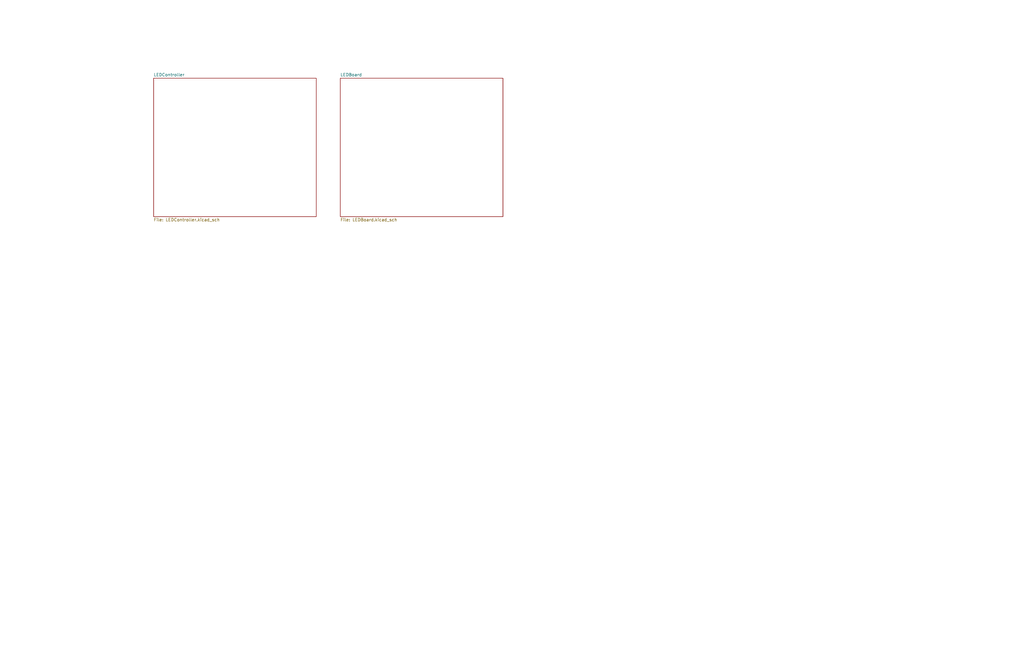
<source format=kicad_sch>
(kicad_sch (version 20211123) (generator eeschema)
  (paper "B")
  (title_block (title "BUM2 LED Controller") (date "2023-01-10") (rev "A"))
  (lib_symbols)
  (sheet (at 64.77 33.02) (size 68.58 58.42) (stroke (width 0.1524))
    (property "Sheet name" "LEDController" (at 64.77 32.3084 0) (effects (justify left bottom)))
    (property "Sheet file" "LEDController.kicad_sch" (at 64.77 92.0246 0) (effects (justify left top)))
  )
  (sheet (at 143.51 33.02) (size 68.58 58.42) (stroke (width 0.1524))
    (property "Sheet name" "LEDBoard" (at 143.51 32.3084 0) (effects (justify left bottom)))
    (property "Sheet file" "LEDBoard.kicad_sch" (at 143.51 92.0246 0) (effects (justify left top)))
  )
)
</source>
